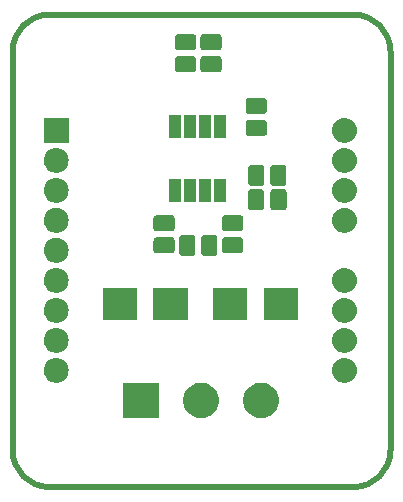
<source format=gbr>
%TF.GenerationSoftware,KiCad,Pcbnew,5.0.1*%
%TF.CreationDate,2018-10-23T16:10:10+11:00*%
%TF.ProjectId,FP2,4650322E6B696361645F706362000000,A*%
%TF.SameCoordinates,Original*%
%TF.FileFunction,Soldermask,Top*%
%TF.FilePolarity,Negative*%
%FSLAX46Y46*%
G04 Gerber Fmt 4.6, Leading zero omitted, Abs format (unit mm)*
G04 Created by KiCad (PCBNEW 5.0.1) date Tue 23 Oct 2018 04:10:10 PM AEDT*
%MOMM*%
%LPD*%
G01*
G04 APERTURE LIST*
%ADD10C,0.500000*%
%ADD11C,0.150000*%
G04 APERTURE END LIST*
D10*
X132120000Y-120000000D02*
G75*
G02X129000000Y-116880000I0J3120000D01*
G01*
X161000000Y-116880000D02*
G75*
G02X157880000Y-120000000I-3120000J0D01*
G01*
X161000000Y-83120000D02*
G75*
G03X157880000Y-80000000I-3120000J0D01*
G01*
X129000000Y-83120000D02*
G75*
G02X132120000Y-80000000I3120000J0D01*
G01*
X129000000Y-116860000D02*
X129000000Y-83120000D01*
X132110000Y-120000000D02*
X157880000Y-120000000D01*
X161000000Y-83140000D02*
X161000000Y-116880000D01*
X132130000Y-80000000D02*
X157870000Y-80000000D01*
D11*
G36*
X141390000Y-114160000D02*
X138390000Y-114160000D01*
X138390000Y-111160000D01*
X141390000Y-111160000D01*
X141390000Y-114160000D01*
X141390000Y-114160000D01*
G37*
G36*
X145310935Y-111198429D02*
X145407534Y-111217644D01*
X145680517Y-111330717D01*
X145922920Y-111492687D01*
X145926197Y-111494876D01*
X146135124Y-111703803D01*
X146299284Y-111949485D01*
X146412356Y-112222467D01*
X146470000Y-112512261D01*
X146470000Y-112807739D01*
X146412356Y-113097533D01*
X146299284Y-113370515D01*
X146135124Y-113616197D01*
X145926197Y-113825124D01*
X145926194Y-113825126D01*
X145680517Y-113989283D01*
X145407534Y-114102356D01*
X145310935Y-114121571D01*
X145117739Y-114160000D01*
X144822261Y-114160000D01*
X144629065Y-114121571D01*
X144532466Y-114102356D01*
X144259483Y-113989283D01*
X144013806Y-113825126D01*
X144013803Y-113825124D01*
X143804876Y-113616197D01*
X143640716Y-113370515D01*
X143527644Y-113097533D01*
X143470000Y-112807739D01*
X143470000Y-112512261D01*
X143527644Y-112222467D01*
X143640716Y-111949485D01*
X143804876Y-111703803D01*
X144013803Y-111494876D01*
X144017080Y-111492687D01*
X144259483Y-111330717D01*
X144532466Y-111217644D01*
X144629065Y-111198429D01*
X144822261Y-111160000D01*
X145117739Y-111160000D01*
X145310935Y-111198429D01*
X145310935Y-111198429D01*
G37*
G36*
X150390935Y-111198429D02*
X150487534Y-111217644D01*
X150760517Y-111330717D01*
X151002920Y-111492687D01*
X151006197Y-111494876D01*
X151215124Y-111703803D01*
X151379284Y-111949485D01*
X151492356Y-112222467D01*
X151550000Y-112512261D01*
X151550000Y-112807739D01*
X151492356Y-113097533D01*
X151379284Y-113370515D01*
X151215124Y-113616197D01*
X151006197Y-113825124D01*
X151006194Y-113825126D01*
X150760517Y-113989283D01*
X150487534Y-114102356D01*
X150390935Y-114121571D01*
X150197739Y-114160000D01*
X149902261Y-114160000D01*
X149709065Y-114121571D01*
X149612466Y-114102356D01*
X149339483Y-113989283D01*
X149093806Y-113825126D01*
X149093803Y-113825124D01*
X148884876Y-113616197D01*
X148720716Y-113370515D01*
X148607644Y-113097533D01*
X148550000Y-112807739D01*
X148550000Y-112512261D01*
X148607644Y-112222467D01*
X148720716Y-111949485D01*
X148884876Y-111703803D01*
X149093803Y-111494876D01*
X149097080Y-111492687D01*
X149339483Y-111330717D01*
X149612466Y-111217644D01*
X149709065Y-111198429D01*
X149902261Y-111160000D01*
X150197739Y-111160000D01*
X150390935Y-111198429D01*
X150390935Y-111198429D01*
G37*
G36*
X132818707Y-109067597D02*
X132895836Y-109075193D01*
X133027787Y-109115220D01*
X133093763Y-109135233D01*
X133276172Y-109232733D01*
X133436054Y-109363946D01*
X133567267Y-109523828D01*
X133664767Y-109706237D01*
X133664767Y-109706238D01*
X133724807Y-109904164D01*
X133745080Y-110110000D01*
X133724807Y-110315836D01*
X133684780Y-110447787D01*
X133664767Y-110513763D01*
X133567267Y-110696172D01*
X133436054Y-110856054D01*
X133276172Y-110987267D01*
X133093763Y-111084767D01*
X133027787Y-111104780D01*
X132895836Y-111144807D01*
X132818707Y-111152404D01*
X132741580Y-111160000D01*
X132638420Y-111160000D01*
X132561293Y-111152404D01*
X132484164Y-111144807D01*
X132352213Y-111104780D01*
X132286237Y-111084767D01*
X132103828Y-110987267D01*
X131943946Y-110856054D01*
X131812733Y-110696172D01*
X131715233Y-110513763D01*
X131695220Y-110447787D01*
X131655193Y-110315836D01*
X131634920Y-110110000D01*
X131655193Y-109904164D01*
X131715233Y-109706238D01*
X131715233Y-109706237D01*
X131812733Y-109523828D01*
X131943946Y-109363946D01*
X132103828Y-109232733D01*
X132286237Y-109135233D01*
X132352213Y-109115220D01*
X132484164Y-109075193D01*
X132561293Y-109067597D01*
X132638420Y-109060000D01*
X132741580Y-109060000D01*
X132818707Y-109067597D01*
X132818707Y-109067597D01*
G37*
G36*
X157218707Y-109067597D02*
X157295836Y-109075193D01*
X157427787Y-109115220D01*
X157493763Y-109135233D01*
X157676172Y-109232733D01*
X157836054Y-109363946D01*
X157967267Y-109523828D01*
X158064767Y-109706237D01*
X158064767Y-109706238D01*
X158124807Y-109904164D01*
X158145080Y-110110000D01*
X158124807Y-110315836D01*
X158084780Y-110447787D01*
X158064767Y-110513763D01*
X157967267Y-110696172D01*
X157836054Y-110856054D01*
X157676172Y-110987267D01*
X157493763Y-111084767D01*
X157427787Y-111104780D01*
X157295836Y-111144807D01*
X157218707Y-111152404D01*
X157141580Y-111160000D01*
X157038420Y-111160000D01*
X156961293Y-111152404D01*
X156884164Y-111144807D01*
X156752213Y-111104780D01*
X156686237Y-111084767D01*
X156503828Y-110987267D01*
X156343946Y-110856054D01*
X156212733Y-110696172D01*
X156115233Y-110513763D01*
X156095220Y-110447787D01*
X156055193Y-110315836D01*
X156034920Y-110110000D01*
X156055193Y-109904164D01*
X156115233Y-109706238D01*
X156115233Y-109706237D01*
X156212733Y-109523828D01*
X156343946Y-109363946D01*
X156503828Y-109232733D01*
X156686237Y-109135233D01*
X156752213Y-109115220D01*
X156884164Y-109075193D01*
X156961293Y-109067597D01*
X157038420Y-109060000D01*
X157141580Y-109060000D01*
X157218707Y-109067597D01*
X157218707Y-109067597D01*
G37*
G36*
X157218707Y-106527596D02*
X157295836Y-106535193D01*
X157427787Y-106575220D01*
X157493763Y-106595233D01*
X157676172Y-106692733D01*
X157836054Y-106823946D01*
X157967267Y-106983828D01*
X158064767Y-107166237D01*
X158064767Y-107166238D01*
X158124807Y-107364164D01*
X158145080Y-107570000D01*
X158124807Y-107775836D01*
X158084780Y-107907787D01*
X158064767Y-107973763D01*
X157967267Y-108156172D01*
X157836054Y-108316054D01*
X157676172Y-108447267D01*
X157493763Y-108544767D01*
X157427787Y-108564780D01*
X157295836Y-108604807D01*
X157218707Y-108612404D01*
X157141580Y-108620000D01*
X157038420Y-108620000D01*
X156961293Y-108612404D01*
X156884164Y-108604807D01*
X156752213Y-108564780D01*
X156686237Y-108544767D01*
X156503828Y-108447267D01*
X156343946Y-108316054D01*
X156212733Y-108156172D01*
X156115233Y-107973763D01*
X156095220Y-107907787D01*
X156055193Y-107775836D01*
X156034920Y-107570000D01*
X156055193Y-107364164D01*
X156115233Y-107166238D01*
X156115233Y-107166237D01*
X156212733Y-106983828D01*
X156343946Y-106823946D01*
X156503828Y-106692733D01*
X156686237Y-106595233D01*
X156752213Y-106575220D01*
X156884164Y-106535193D01*
X156961293Y-106527596D01*
X157038420Y-106520000D01*
X157141580Y-106520000D01*
X157218707Y-106527596D01*
X157218707Y-106527596D01*
G37*
G36*
X132818707Y-106527596D02*
X132895836Y-106535193D01*
X133027787Y-106575220D01*
X133093763Y-106595233D01*
X133276172Y-106692733D01*
X133436054Y-106823946D01*
X133567267Y-106983828D01*
X133664767Y-107166237D01*
X133664767Y-107166238D01*
X133724807Y-107364164D01*
X133745080Y-107570000D01*
X133724807Y-107775836D01*
X133684780Y-107907787D01*
X133664767Y-107973763D01*
X133567267Y-108156172D01*
X133436054Y-108316054D01*
X133276172Y-108447267D01*
X133093763Y-108544767D01*
X133027787Y-108564780D01*
X132895836Y-108604807D01*
X132818707Y-108612404D01*
X132741580Y-108620000D01*
X132638420Y-108620000D01*
X132561293Y-108612404D01*
X132484164Y-108604807D01*
X132352213Y-108564780D01*
X132286237Y-108544767D01*
X132103828Y-108447267D01*
X131943946Y-108316054D01*
X131812733Y-108156172D01*
X131715233Y-107973763D01*
X131695220Y-107907787D01*
X131655193Y-107775836D01*
X131634920Y-107570000D01*
X131655193Y-107364164D01*
X131715233Y-107166238D01*
X131715233Y-107166237D01*
X131812733Y-106983828D01*
X131943946Y-106823946D01*
X132103828Y-106692733D01*
X132286237Y-106595233D01*
X132352213Y-106575220D01*
X132484164Y-106535193D01*
X132561293Y-106527596D01*
X132638420Y-106520000D01*
X132741580Y-106520000D01*
X132818707Y-106527596D01*
X132818707Y-106527596D01*
G37*
G36*
X157218707Y-103987596D02*
X157295836Y-103995193D01*
X157427787Y-104035220D01*
X157493763Y-104055233D01*
X157676172Y-104152733D01*
X157836054Y-104283946D01*
X157967267Y-104443828D01*
X158064767Y-104626237D01*
X158064767Y-104626238D01*
X158124807Y-104824164D01*
X158145080Y-105030000D01*
X158124807Y-105235836D01*
X158084780Y-105367787D01*
X158064767Y-105433763D01*
X157967267Y-105616172D01*
X157836054Y-105776054D01*
X157676172Y-105907267D01*
X157493763Y-106004767D01*
X157427787Y-106024780D01*
X157295836Y-106064807D01*
X157218707Y-106072404D01*
X157141580Y-106080000D01*
X157038420Y-106080000D01*
X156961293Y-106072404D01*
X156884164Y-106064807D01*
X156752213Y-106024780D01*
X156686237Y-106004767D01*
X156503828Y-105907267D01*
X156343946Y-105776054D01*
X156212733Y-105616172D01*
X156115233Y-105433763D01*
X156095220Y-105367787D01*
X156055193Y-105235836D01*
X156034920Y-105030000D01*
X156055193Y-104824164D01*
X156115233Y-104626238D01*
X156115233Y-104626237D01*
X156212733Y-104443828D01*
X156343946Y-104283946D01*
X156503828Y-104152733D01*
X156686237Y-104055233D01*
X156752213Y-104035220D01*
X156884164Y-103995193D01*
X156961293Y-103987596D01*
X157038420Y-103980000D01*
X157141580Y-103980000D01*
X157218707Y-103987596D01*
X157218707Y-103987596D01*
G37*
G36*
X132818707Y-103987596D02*
X132895836Y-103995193D01*
X133027787Y-104035220D01*
X133093763Y-104055233D01*
X133276172Y-104152733D01*
X133436054Y-104283946D01*
X133567267Y-104443828D01*
X133664767Y-104626237D01*
X133664767Y-104626238D01*
X133724807Y-104824164D01*
X133745080Y-105030000D01*
X133724807Y-105235836D01*
X133684780Y-105367787D01*
X133664767Y-105433763D01*
X133567267Y-105616172D01*
X133436054Y-105776054D01*
X133276172Y-105907267D01*
X133093763Y-106004767D01*
X133027787Y-106024780D01*
X132895836Y-106064807D01*
X132818707Y-106072404D01*
X132741580Y-106080000D01*
X132638420Y-106080000D01*
X132561293Y-106072404D01*
X132484164Y-106064807D01*
X132352213Y-106024780D01*
X132286237Y-106004767D01*
X132103828Y-105907267D01*
X131943946Y-105776054D01*
X131812733Y-105616172D01*
X131715233Y-105433763D01*
X131695220Y-105367787D01*
X131655193Y-105235836D01*
X131634920Y-105030000D01*
X131655193Y-104824164D01*
X131715233Y-104626238D01*
X131715233Y-104626237D01*
X131812733Y-104443828D01*
X131943946Y-104283946D01*
X132103828Y-104152733D01*
X132286237Y-104055233D01*
X132352213Y-104035220D01*
X132484164Y-103995193D01*
X132561293Y-103987596D01*
X132638420Y-103980000D01*
X132741580Y-103980000D01*
X132818707Y-103987596D01*
X132818707Y-103987596D01*
G37*
G36*
X153160000Y-105880000D02*
X150260000Y-105880000D01*
X150260000Y-103180000D01*
X153160000Y-103180000D01*
X153160000Y-105880000D01*
X153160000Y-105880000D01*
G37*
G36*
X148860000Y-105880000D02*
X145960000Y-105880000D01*
X145960000Y-103180000D01*
X148860000Y-103180000D01*
X148860000Y-105880000D01*
X148860000Y-105880000D01*
G37*
G36*
X143820000Y-105880000D02*
X140920000Y-105880000D01*
X140920000Y-103180000D01*
X143820000Y-103180000D01*
X143820000Y-105880000D01*
X143820000Y-105880000D01*
G37*
G36*
X139520000Y-105880000D02*
X136620000Y-105880000D01*
X136620000Y-103180000D01*
X139520000Y-103180000D01*
X139520000Y-105880000D01*
X139520000Y-105880000D01*
G37*
G36*
X132818707Y-101447597D02*
X132895836Y-101455193D01*
X133027787Y-101495220D01*
X133093763Y-101515233D01*
X133276172Y-101612733D01*
X133436054Y-101743946D01*
X133567267Y-101903828D01*
X133664767Y-102086237D01*
X133664767Y-102086238D01*
X133724807Y-102284164D01*
X133745080Y-102490000D01*
X133724807Y-102695836D01*
X133684780Y-102827787D01*
X133664767Y-102893763D01*
X133567267Y-103076172D01*
X133436054Y-103236054D01*
X133276172Y-103367267D01*
X133093763Y-103464767D01*
X133027787Y-103484780D01*
X132895836Y-103524807D01*
X132818707Y-103532404D01*
X132741580Y-103540000D01*
X132638420Y-103540000D01*
X132561293Y-103532404D01*
X132484164Y-103524807D01*
X132352213Y-103484780D01*
X132286237Y-103464767D01*
X132103828Y-103367267D01*
X131943946Y-103236054D01*
X131812733Y-103076172D01*
X131715233Y-102893763D01*
X131695220Y-102827787D01*
X131655193Y-102695836D01*
X131634920Y-102490000D01*
X131655193Y-102284164D01*
X131715233Y-102086238D01*
X131715233Y-102086237D01*
X131812733Y-101903828D01*
X131943946Y-101743946D01*
X132103828Y-101612733D01*
X132286237Y-101515233D01*
X132352213Y-101495220D01*
X132484164Y-101455193D01*
X132561293Y-101447597D01*
X132638420Y-101440000D01*
X132741580Y-101440000D01*
X132818707Y-101447597D01*
X132818707Y-101447597D01*
G37*
G36*
X157218707Y-101447597D02*
X157295836Y-101455193D01*
X157427787Y-101495220D01*
X157493763Y-101515233D01*
X157676172Y-101612733D01*
X157836054Y-101743946D01*
X157967267Y-101903828D01*
X158064767Y-102086237D01*
X158064767Y-102086238D01*
X158124807Y-102284164D01*
X158145080Y-102490000D01*
X158124807Y-102695836D01*
X158084780Y-102827787D01*
X158064767Y-102893763D01*
X157967267Y-103076172D01*
X157836054Y-103236054D01*
X157676172Y-103367267D01*
X157493763Y-103464767D01*
X157427787Y-103484780D01*
X157295836Y-103524807D01*
X157218707Y-103532404D01*
X157141580Y-103540000D01*
X157038420Y-103540000D01*
X156961293Y-103532404D01*
X156884164Y-103524807D01*
X156752213Y-103484780D01*
X156686237Y-103464767D01*
X156503828Y-103367267D01*
X156343946Y-103236054D01*
X156212733Y-103076172D01*
X156115233Y-102893763D01*
X156095220Y-102827787D01*
X156055193Y-102695836D01*
X156034920Y-102490000D01*
X156055193Y-102284164D01*
X156115233Y-102086238D01*
X156115233Y-102086237D01*
X156212733Y-101903828D01*
X156343946Y-101743946D01*
X156503828Y-101612733D01*
X156686237Y-101515233D01*
X156752213Y-101495220D01*
X156884164Y-101455193D01*
X156961293Y-101447597D01*
X157038420Y-101440000D01*
X157141580Y-101440000D01*
X157218707Y-101447597D01*
X157218707Y-101447597D01*
G37*
G36*
X132816610Y-98907390D02*
X132895836Y-98915193D01*
X132979862Y-98940682D01*
X133093763Y-98975233D01*
X133276172Y-99072733D01*
X133436054Y-99203946D01*
X133567267Y-99363828D01*
X133664767Y-99546237D01*
X133664767Y-99546238D01*
X133724807Y-99744164D01*
X133745080Y-99950000D01*
X133724807Y-100155836D01*
X133708863Y-100208395D01*
X133664767Y-100353763D01*
X133567267Y-100536172D01*
X133436054Y-100696054D01*
X133276172Y-100827267D01*
X133093763Y-100924767D01*
X133027787Y-100944780D01*
X132895836Y-100984807D01*
X132818707Y-100992403D01*
X132741580Y-101000000D01*
X132638420Y-101000000D01*
X132561293Y-100992404D01*
X132484164Y-100984807D01*
X132352213Y-100944780D01*
X132286237Y-100924767D01*
X132103828Y-100827267D01*
X131943946Y-100696054D01*
X131812733Y-100536172D01*
X131715233Y-100353763D01*
X131671137Y-100208395D01*
X131655193Y-100155836D01*
X131634920Y-99950000D01*
X131655193Y-99744164D01*
X131715233Y-99546238D01*
X131715233Y-99546237D01*
X131812733Y-99363828D01*
X131943946Y-99203946D01*
X132103828Y-99072733D01*
X132286237Y-98975233D01*
X132400138Y-98940682D01*
X132484164Y-98915193D01*
X132563390Y-98907390D01*
X132638420Y-98900000D01*
X132741580Y-98900000D01*
X132816610Y-98907390D01*
X132816610Y-98907390D01*
G37*
G36*
X146118497Y-98625997D02*
X146171153Y-98641970D01*
X146219665Y-98667900D01*
X146262196Y-98702804D01*
X146297100Y-98745335D01*
X146323030Y-98793847D01*
X146339003Y-98846503D01*
X146345000Y-98907390D01*
X146345000Y-100132610D01*
X146339003Y-100193497D01*
X146323030Y-100246153D01*
X146297100Y-100294665D01*
X146262196Y-100337196D01*
X146219665Y-100372100D01*
X146171153Y-100398030D01*
X146118497Y-100414003D01*
X146057610Y-100420000D01*
X145257390Y-100420000D01*
X145196503Y-100414003D01*
X145143847Y-100398030D01*
X145095335Y-100372100D01*
X145052804Y-100337196D01*
X145017900Y-100294665D01*
X144991970Y-100246153D01*
X144975997Y-100193497D01*
X144970000Y-100132610D01*
X144970000Y-98907390D01*
X144975997Y-98846503D01*
X144991970Y-98793847D01*
X145017900Y-98745335D01*
X145052804Y-98702804D01*
X145095335Y-98667900D01*
X145143847Y-98641970D01*
X145196503Y-98625997D01*
X145257390Y-98620000D01*
X146057610Y-98620000D01*
X146118497Y-98625997D01*
X146118497Y-98625997D01*
G37*
G36*
X144243497Y-98625997D02*
X144296153Y-98641970D01*
X144344665Y-98667900D01*
X144387196Y-98702804D01*
X144422100Y-98745335D01*
X144448030Y-98793847D01*
X144464003Y-98846503D01*
X144470000Y-98907390D01*
X144470000Y-100132610D01*
X144464003Y-100193497D01*
X144448030Y-100246153D01*
X144422100Y-100294665D01*
X144387196Y-100337196D01*
X144344665Y-100372100D01*
X144296153Y-100398030D01*
X144243497Y-100414003D01*
X144182610Y-100420000D01*
X143382390Y-100420000D01*
X143321503Y-100414003D01*
X143268847Y-100398030D01*
X143220335Y-100372100D01*
X143177804Y-100337196D01*
X143142900Y-100294665D01*
X143116970Y-100246153D01*
X143100997Y-100193497D01*
X143095000Y-100132610D01*
X143095000Y-98907390D01*
X143100997Y-98846503D01*
X143116970Y-98793847D01*
X143142900Y-98745335D01*
X143177804Y-98702804D01*
X143220335Y-98667900D01*
X143268847Y-98641970D01*
X143321503Y-98625997D01*
X143382390Y-98620000D01*
X144182610Y-98620000D01*
X144243497Y-98625997D01*
X144243497Y-98625997D01*
G37*
G36*
X148303497Y-98845997D02*
X148356153Y-98861970D01*
X148404665Y-98887900D01*
X148447196Y-98922804D01*
X148482100Y-98965335D01*
X148508030Y-99013847D01*
X148524003Y-99066503D01*
X148530000Y-99127390D01*
X148530000Y-99927610D01*
X148524003Y-99988497D01*
X148508030Y-100041153D01*
X148482100Y-100089665D01*
X148447196Y-100132196D01*
X148404665Y-100167100D01*
X148356153Y-100193030D01*
X148303497Y-100209003D01*
X148242610Y-100215000D01*
X147017390Y-100215000D01*
X146956503Y-100209003D01*
X146903847Y-100193030D01*
X146855335Y-100167100D01*
X146812804Y-100132196D01*
X146777900Y-100089665D01*
X146751970Y-100041153D01*
X146735997Y-99988497D01*
X146730000Y-99927610D01*
X146730000Y-99127390D01*
X146735997Y-99066503D01*
X146751970Y-99013847D01*
X146777900Y-98965335D01*
X146812804Y-98922804D01*
X146855335Y-98887900D01*
X146903847Y-98861970D01*
X146956503Y-98845997D01*
X147017390Y-98840000D01*
X148242610Y-98840000D01*
X148303497Y-98845997D01*
X148303497Y-98845997D01*
G37*
G36*
X142503497Y-98845997D02*
X142556153Y-98861970D01*
X142604665Y-98887900D01*
X142647196Y-98922804D01*
X142682100Y-98965335D01*
X142708030Y-99013847D01*
X142724003Y-99066503D01*
X142730000Y-99127390D01*
X142730000Y-99927610D01*
X142724003Y-99988497D01*
X142708030Y-100041153D01*
X142682100Y-100089665D01*
X142647196Y-100132196D01*
X142604665Y-100167100D01*
X142556153Y-100193030D01*
X142503497Y-100209003D01*
X142442610Y-100215000D01*
X141217390Y-100215000D01*
X141156503Y-100209003D01*
X141103847Y-100193030D01*
X141055335Y-100167100D01*
X141012804Y-100132196D01*
X140977900Y-100089665D01*
X140951970Y-100041153D01*
X140935997Y-99988497D01*
X140930000Y-99927610D01*
X140930000Y-99127390D01*
X140935997Y-99066503D01*
X140951970Y-99013847D01*
X140977900Y-98965335D01*
X141012804Y-98922804D01*
X141055335Y-98887900D01*
X141103847Y-98861970D01*
X141156503Y-98845997D01*
X141217390Y-98840000D01*
X142442610Y-98840000D01*
X142503497Y-98845997D01*
X142503497Y-98845997D01*
G37*
G36*
X157218707Y-96367597D02*
X157295836Y-96375193D01*
X157385087Y-96402267D01*
X157493763Y-96435233D01*
X157676172Y-96532733D01*
X157836054Y-96663946D01*
X157967267Y-96823828D01*
X158064767Y-97006237D01*
X158064767Y-97006238D01*
X158124807Y-97204164D01*
X158145080Y-97410000D01*
X158124807Y-97615836D01*
X158084780Y-97747787D01*
X158064767Y-97813763D01*
X157967267Y-97996172D01*
X157836054Y-98156054D01*
X157676172Y-98287267D01*
X157493763Y-98384767D01*
X157427787Y-98404780D01*
X157295836Y-98444807D01*
X157218707Y-98452403D01*
X157141580Y-98460000D01*
X157038420Y-98460000D01*
X156961293Y-98452404D01*
X156884164Y-98444807D01*
X156752213Y-98404780D01*
X156686237Y-98384767D01*
X156503828Y-98287267D01*
X156343946Y-98156054D01*
X156212733Y-97996172D01*
X156115233Y-97813763D01*
X156095220Y-97747787D01*
X156055193Y-97615836D01*
X156034920Y-97410000D01*
X156055193Y-97204164D01*
X156115233Y-97006238D01*
X156115233Y-97006237D01*
X156212733Y-96823828D01*
X156343946Y-96663946D01*
X156503828Y-96532733D01*
X156686237Y-96435233D01*
X156794913Y-96402267D01*
X156884164Y-96375193D01*
X156961293Y-96367597D01*
X157038420Y-96360000D01*
X157141580Y-96360000D01*
X157218707Y-96367597D01*
X157218707Y-96367597D01*
G37*
G36*
X132818707Y-96367597D02*
X132895836Y-96375193D01*
X132985087Y-96402267D01*
X133093763Y-96435233D01*
X133276172Y-96532733D01*
X133436054Y-96663946D01*
X133567267Y-96823828D01*
X133664767Y-97006237D01*
X133664767Y-97006238D01*
X133724807Y-97204164D01*
X133745080Y-97410000D01*
X133724807Y-97615836D01*
X133684780Y-97747787D01*
X133664767Y-97813763D01*
X133567267Y-97996172D01*
X133436054Y-98156054D01*
X133276172Y-98287267D01*
X133093763Y-98384767D01*
X133027787Y-98404780D01*
X132895836Y-98444807D01*
X132818707Y-98452403D01*
X132741580Y-98460000D01*
X132638420Y-98460000D01*
X132561293Y-98452404D01*
X132484164Y-98444807D01*
X132352213Y-98404780D01*
X132286237Y-98384767D01*
X132103828Y-98287267D01*
X131943946Y-98156054D01*
X131812733Y-97996172D01*
X131715233Y-97813763D01*
X131695220Y-97747787D01*
X131655193Y-97615836D01*
X131634920Y-97410000D01*
X131655193Y-97204164D01*
X131715233Y-97006238D01*
X131715233Y-97006237D01*
X131812733Y-96823828D01*
X131943946Y-96663946D01*
X132103828Y-96532733D01*
X132286237Y-96435233D01*
X132394913Y-96402267D01*
X132484164Y-96375193D01*
X132561293Y-96367597D01*
X132638420Y-96360000D01*
X132741580Y-96360000D01*
X132818707Y-96367597D01*
X132818707Y-96367597D01*
G37*
G36*
X142503497Y-96970997D02*
X142556153Y-96986970D01*
X142604665Y-97012900D01*
X142647196Y-97047804D01*
X142682100Y-97090335D01*
X142708030Y-97138847D01*
X142724003Y-97191503D01*
X142730000Y-97252390D01*
X142730000Y-98052610D01*
X142724003Y-98113497D01*
X142708030Y-98166153D01*
X142682100Y-98214665D01*
X142647196Y-98257196D01*
X142604665Y-98292100D01*
X142556153Y-98318030D01*
X142503497Y-98334003D01*
X142442610Y-98340000D01*
X141217390Y-98340000D01*
X141156503Y-98334003D01*
X141103847Y-98318030D01*
X141055335Y-98292100D01*
X141012804Y-98257196D01*
X140977900Y-98214665D01*
X140951970Y-98166153D01*
X140935997Y-98113497D01*
X140930000Y-98052610D01*
X140930000Y-97252390D01*
X140935997Y-97191503D01*
X140951970Y-97138847D01*
X140977900Y-97090335D01*
X141012804Y-97047804D01*
X141055335Y-97012900D01*
X141103847Y-96986970D01*
X141156503Y-96970997D01*
X141217390Y-96965000D01*
X142442610Y-96965000D01*
X142503497Y-96970997D01*
X142503497Y-96970997D01*
G37*
G36*
X148303497Y-96970997D02*
X148356153Y-96986970D01*
X148404665Y-97012900D01*
X148447196Y-97047804D01*
X148482100Y-97090335D01*
X148508030Y-97138847D01*
X148524003Y-97191503D01*
X148530000Y-97252390D01*
X148530000Y-98052610D01*
X148524003Y-98113497D01*
X148508030Y-98166153D01*
X148482100Y-98214665D01*
X148447196Y-98257196D01*
X148404665Y-98292100D01*
X148356153Y-98318030D01*
X148303497Y-98334003D01*
X148242610Y-98340000D01*
X147017390Y-98340000D01*
X146956503Y-98334003D01*
X146903847Y-98318030D01*
X146855335Y-98292100D01*
X146812804Y-98257196D01*
X146777900Y-98214665D01*
X146751970Y-98166153D01*
X146735997Y-98113497D01*
X146730000Y-98052610D01*
X146730000Y-97252390D01*
X146735997Y-97191503D01*
X146751970Y-97138847D01*
X146777900Y-97090335D01*
X146812804Y-97047804D01*
X146855335Y-97012900D01*
X146903847Y-96986970D01*
X146956503Y-96970997D01*
X147017390Y-96965000D01*
X148242610Y-96965000D01*
X148303497Y-96970997D01*
X148303497Y-96970997D01*
G37*
G36*
X150099284Y-94782111D02*
X150151940Y-94798084D01*
X150200452Y-94824014D01*
X150242983Y-94858918D01*
X150277887Y-94901449D01*
X150303817Y-94949961D01*
X150319790Y-95002617D01*
X150325787Y-95063504D01*
X150325787Y-96288724D01*
X150319790Y-96349611D01*
X150303817Y-96402267D01*
X150277887Y-96450779D01*
X150242983Y-96493310D01*
X150200452Y-96528214D01*
X150151940Y-96554144D01*
X150099284Y-96570117D01*
X150038397Y-96576114D01*
X149238177Y-96576114D01*
X149177290Y-96570117D01*
X149124634Y-96554144D01*
X149076122Y-96528214D01*
X149033591Y-96493310D01*
X148998687Y-96450779D01*
X148972757Y-96402267D01*
X148956784Y-96349611D01*
X148950787Y-96288724D01*
X148950787Y-95063504D01*
X148956784Y-95002617D01*
X148972757Y-94949961D01*
X148998687Y-94901449D01*
X149033591Y-94858918D01*
X149076122Y-94824014D01*
X149124634Y-94798084D01*
X149177290Y-94782111D01*
X149238177Y-94776114D01*
X150038397Y-94776114D01*
X150099284Y-94782111D01*
X150099284Y-94782111D01*
G37*
G36*
X151974284Y-94782111D02*
X152026940Y-94798084D01*
X152075452Y-94824014D01*
X152117983Y-94858918D01*
X152152887Y-94901449D01*
X152178817Y-94949961D01*
X152194790Y-95002617D01*
X152200787Y-95063504D01*
X152200787Y-96288724D01*
X152194790Y-96349611D01*
X152178817Y-96402267D01*
X152152887Y-96450779D01*
X152117983Y-96493310D01*
X152075452Y-96528214D01*
X152026940Y-96554144D01*
X151974284Y-96570117D01*
X151913397Y-96576114D01*
X151113177Y-96576114D01*
X151052290Y-96570117D01*
X150999634Y-96554144D01*
X150951122Y-96528214D01*
X150908591Y-96493310D01*
X150873687Y-96450779D01*
X150847757Y-96402267D01*
X150831784Y-96349611D01*
X150825787Y-96288724D01*
X150825787Y-95063504D01*
X150831784Y-95002617D01*
X150847757Y-94949961D01*
X150873687Y-94901449D01*
X150908591Y-94858918D01*
X150951122Y-94824014D01*
X150999634Y-94798084D01*
X151052290Y-94782111D01*
X151113177Y-94776114D01*
X151913397Y-94776114D01*
X151974284Y-94782111D01*
X151974284Y-94782111D01*
G37*
G36*
X157218707Y-93827596D02*
X157295836Y-93835193D01*
X157427063Y-93875000D01*
X157493763Y-93895233D01*
X157676172Y-93992733D01*
X157836054Y-94123946D01*
X157967267Y-94283828D01*
X158064767Y-94466237D01*
X158071826Y-94489509D01*
X158124807Y-94664164D01*
X158145080Y-94870000D01*
X158124807Y-95075836D01*
X158111451Y-95119864D01*
X158064767Y-95273763D01*
X157967267Y-95456172D01*
X157836054Y-95616054D01*
X157676172Y-95747267D01*
X157493763Y-95844767D01*
X157427787Y-95864780D01*
X157295836Y-95904807D01*
X157218707Y-95912403D01*
X157141580Y-95920000D01*
X157038420Y-95920000D01*
X156961293Y-95912404D01*
X156884164Y-95904807D01*
X156752213Y-95864780D01*
X156686237Y-95844767D01*
X156503828Y-95747267D01*
X156343946Y-95616054D01*
X156212733Y-95456172D01*
X156115233Y-95273763D01*
X156068549Y-95119864D01*
X156055193Y-95075836D01*
X156034920Y-94870000D01*
X156055193Y-94664164D01*
X156108174Y-94489509D01*
X156115233Y-94466237D01*
X156212733Y-94283828D01*
X156343946Y-94123946D01*
X156503828Y-93992733D01*
X156686237Y-93895233D01*
X156752937Y-93875000D01*
X156884164Y-93835193D01*
X156961293Y-93827596D01*
X157038420Y-93820000D01*
X157141580Y-93820000D01*
X157218707Y-93827596D01*
X157218707Y-93827596D01*
G37*
G36*
X132818707Y-93827596D02*
X132895836Y-93835193D01*
X133027063Y-93875000D01*
X133093763Y-93895233D01*
X133276172Y-93992733D01*
X133436054Y-94123946D01*
X133567267Y-94283828D01*
X133664767Y-94466237D01*
X133671826Y-94489509D01*
X133724807Y-94664164D01*
X133745080Y-94870000D01*
X133724807Y-95075836D01*
X133711451Y-95119864D01*
X133664767Y-95273763D01*
X133567267Y-95456172D01*
X133436054Y-95616054D01*
X133276172Y-95747267D01*
X133093763Y-95844767D01*
X133027787Y-95864780D01*
X132895836Y-95904807D01*
X132818707Y-95912403D01*
X132741580Y-95920000D01*
X132638420Y-95920000D01*
X132561293Y-95912404D01*
X132484164Y-95904807D01*
X132352213Y-95864780D01*
X132286237Y-95844767D01*
X132103828Y-95747267D01*
X131943946Y-95616054D01*
X131812733Y-95456172D01*
X131715233Y-95273763D01*
X131668549Y-95119864D01*
X131655193Y-95075836D01*
X131634920Y-94870000D01*
X131655193Y-94664164D01*
X131708174Y-94489509D01*
X131715233Y-94466237D01*
X131812733Y-94283828D01*
X131943946Y-94123946D01*
X132103828Y-93992733D01*
X132286237Y-93895233D01*
X132352937Y-93875000D01*
X132484164Y-93835193D01*
X132561293Y-93827596D01*
X132638420Y-93820000D01*
X132741580Y-93820000D01*
X132818707Y-93827596D01*
X132818707Y-93827596D01*
G37*
G36*
X143275000Y-95825000D02*
X142275000Y-95825000D01*
X142275000Y-93875000D01*
X143275000Y-93875000D01*
X143275000Y-95825000D01*
X143275000Y-95825000D01*
G37*
G36*
X144545000Y-95825000D02*
X143545000Y-95825000D01*
X143545000Y-93875000D01*
X144545000Y-93875000D01*
X144545000Y-95825000D01*
X144545000Y-95825000D01*
G37*
G36*
X145815000Y-95825000D02*
X144815000Y-95825000D01*
X144815000Y-93875000D01*
X145815000Y-93875000D01*
X145815000Y-95825000D01*
X145815000Y-95825000D01*
G37*
G36*
X147085000Y-95825000D02*
X146085000Y-95825000D01*
X146085000Y-93875000D01*
X147085000Y-93875000D01*
X147085000Y-95825000D01*
X147085000Y-95825000D01*
G37*
G36*
X150089284Y-92702111D02*
X150141940Y-92718084D01*
X150190452Y-92744014D01*
X150232983Y-92778918D01*
X150267887Y-92821449D01*
X150293817Y-92869961D01*
X150309790Y-92922617D01*
X150315787Y-92983504D01*
X150315787Y-94208724D01*
X150309790Y-94269611D01*
X150293817Y-94322267D01*
X150267887Y-94370779D01*
X150232983Y-94413310D01*
X150190452Y-94448214D01*
X150141940Y-94474144D01*
X150089284Y-94490117D01*
X150028397Y-94496114D01*
X149228177Y-94496114D01*
X149167290Y-94490117D01*
X149114634Y-94474144D01*
X149066122Y-94448214D01*
X149023591Y-94413310D01*
X148988687Y-94370779D01*
X148962757Y-94322267D01*
X148946784Y-94269611D01*
X148940787Y-94208724D01*
X148940787Y-92983504D01*
X148946784Y-92922617D01*
X148962757Y-92869961D01*
X148988687Y-92821449D01*
X149023591Y-92778918D01*
X149066122Y-92744014D01*
X149114634Y-92718084D01*
X149167290Y-92702111D01*
X149228177Y-92696114D01*
X150028397Y-92696114D01*
X150089284Y-92702111D01*
X150089284Y-92702111D01*
G37*
G36*
X151964284Y-92702111D02*
X152016940Y-92718084D01*
X152065452Y-92744014D01*
X152107983Y-92778918D01*
X152142887Y-92821449D01*
X152168817Y-92869961D01*
X152184790Y-92922617D01*
X152190787Y-92983504D01*
X152190787Y-94208724D01*
X152184790Y-94269611D01*
X152168817Y-94322267D01*
X152142887Y-94370779D01*
X152107983Y-94413310D01*
X152065452Y-94448214D01*
X152016940Y-94474144D01*
X151964284Y-94490117D01*
X151903397Y-94496114D01*
X151103177Y-94496114D01*
X151042290Y-94490117D01*
X150989634Y-94474144D01*
X150941122Y-94448214D01*
X150898591Y-94413310D01*
X150863687Y-94370779D01*
X150837757Y-94322267D01*
X150821784Y-94269611D01*
X150815787Y-94208724D01*
X150815787Y-92983504D01*
X150821784Y-92922617D01*
X150837757Y-92869961D01*
X150863687Y-92821449D01*
X150898591Y-92778918D01*
X150941122Y-92744014D01*
X150989634Y-92718084D01*
X151042290Y-92702111D01*
X151103177Y-92696114D01*
X151903397Y-92696114D01*
X151964284Y-92702111D01*
X151964284Y-92702111D01*
G37*
G36*
X157218707Y-91287596D02*
X157295836Y-91295193D01*
X157427787Y-91335220D01*
X157493763Y-91355233D01*
X157676172Y-91452733D01*
X157836054Y-91583946D01*
X157967267Y-91743828D01*
X158064767Y-91926237D01*
X158064767Y-91926238D01*
X158124807Y-92124164D01*
X158145080Y-92330000D01*
X158124807Y-92535836D01*
X158084780Y-92667787D01*
X158064767Y-92733763D01*
X157967267Y-92916172D01*
X157836054Y-93076054D01*
X157676172Y-93207267D01*
X157493763Y-93304767D01*
X157427787Y-93324780D01*
X157295836Y-93364807D01*
X157218707Y-93372403D01*
X157141580Y-93380000D01*
X157038420Y-93380000D01*
X156961293Y-93372404D01*
X156884164Y-93364807D01*
X156752213Y-93324780D01*
X156686237Y-93304767D01*
X156503828Y-93207267D01*
X156343946Y-93076054D01*
X156212733Y-92916172D01*
X156115233Y-92733763D01*
X156095220Y-92667787D01*
X156055193Y-92535836D01*
X156034920Y-92330000D01*
X156055193Y-92124164D01*
X156115233Y-91926238D01*
X156115233Y-91926237D01*
X156212733Y-91743828D01*
X156343946Y-91583946D01*
X156503828Y-91452733D01*
X156686237Y-91355233D01*
X156752213Y-91335220D01*
X156884164Y-91295193D01*
X156961293Y-91287597D01*
X157038420Y-91280000D01*
X157141580Y-91280000D01*
X157218707Y-91287596D01*
X157218707Y-91287596D01*
G37*
G36*
X132818707Y-91287596D02*
X132895836Y-91295193D01*
X133027787Y-91335220D01*
X133093763Y-91355233D01*
X133276172Y-91452733D01*
X133436054Y-91583946D01*
X133567267Y-91743828D01*
X133664767Y-91926237D01*
X133664767Y-91926238D01*
X133724807Y-92124164D01*
X133745080Y-92330000D01*
X133724807Y-92535836D01*
X133684780Y-92667787D01*
X133664767Y-92733763D01*
X133567267Y-92916172D01*
X133436054Y-93076054D01*
X133276172Y-93207267D01*
X133093763Y-93304767D01*
X133027787Y-93324780D01*
X132895836Y-93364807D01*
X132818707Y-93372403D01*
X132741580Y-93380000D01*
X132638420Y-93380000D01*
X132561293Y-93372404D01*
X132484164Y-93364807D01*
X132352213Y-93324780D01*
X132286237Y-93304767D01*
X132103828Y-93207267D01*
X131943946Y-93076054D01*
X131812733Y-92916172D01*
X131715233Y-92733763D01*
X131695220Y-92667787D01*
X131655193Y-92535836D01*
X131634920Y-92330000D01*
X131655193Y-92124164D01*
X131715233Y-91926238D01*
X131715233Y-91926237D01*
X131812733Y-91743828D01*
X131943946Y-91583946D01*
X132103828Y-91452733D01*
X132286237Y-91355233D01*
X132352213Y-91335220D01*
X132484164Y-91295193D01*
X132561293Y-91287596D01*
X132638420Y-91280000D01*
X132741580Y-91280000D01*
X132818707Y-91287596D01*
X132818707Y-91287596D01*
G37*
G36*
X157218707Y-88747597D02*
X157295836Y-88755193D01*
X157427787Y-88795220D01*
X157493763Y-88815233D01*
X157676172Y-88912733D01*
X157836054Y-89043946D01*
X157967267Y-89203828D01*
X158064767Y-89386237D01*
X158064767Y-89386238D01*
X158124807Y-89584164D01*
X158145080Y-89790000D01*
X158124807Y-89995836D01*
X158086467Y-90122227D01*
X158064767Y-90193763D01*
X157967267Y-90376172D01*
X157836054Y-90536054D01*
X157676172Y-90667267D01*
X157493763Y-90764767D01*
X157427787Y-90784780D01*
X157295836Y-90824807D01*
X157218707Y-90832404D01*
X157141580Y-90840000D01*
X157038420Y-90840000D01*
X156961293Y-90832404D01*
X156884164Y-90824807D01*
X156752213Y-90784780D01*
X156686237Y-90764767D01*
X156503828Y-90667267D01*
X156343946Y-90536054D01*
X156212733Y-90376172D01*
X156115233Y-90193763D01*
X156093533Y-90122227D01*
X156055193Y-89995836D01*
X156034920Y-89790000D01*
X156055193Y-89584164D01*
X156115233Y-89386238D01*
X156115233Y-89386237D01*
X156212733Y-89203828D01*
X156343946Y-89043946D01*
X156503828Y-88912733D01*
X156686237Y-88815233D01*
X156752213Y-88795220D01*
X156884164Y-88755193D01*
X156961293Y-88747597D01*
X157038420Y-88740000D01*
X157141580Y-88740000D01*
X157218707Y-88747597D01*
X157218707Y-88747597D01*
G37*
G36*
X133740000Y-90840000D02*
X131640000Y-90840000D01*
X131640000Y-88740000D01*
X133740000Y-88740000D01*
X133740000Y-90840000D01*
X133740000Y-90840000D01*
G37*
G36*
X147085000Y-90425000D02*
X146085000Y-90425000D01*
X146085000Y-88475000D01*
X147085000Y-88475000D01*
X147085000Y-90425000D01*
X147085000Y-90425000D01*
G37*
G36*
X145815000Y-90425000D02*
X144815000Y-90425000D01*
X144815000Y-88475000D01*
X145815000Y-88475000D01*
X145815000Y-90425000D01*
X145815000Y-90425000D01*
G37*
G36*
X144545000Y-90425000D02*
X143545000Y-90425000D01*
X143545000Y-88475000D01*
X144545000Y-88475000D01*
X144545000Y-90425000D01*
X144545000Y-90425000D01*
G37*
G36*
X143275000Y-90425000D02*
X142275000Y-90425000D01*
X142275000Y-88475000D01*
X143275000Y-88475000D01*
X143275000Y-90425000D01*
X143275000Y-90425000D01*
G37*
G36*
X150303497Y-88905997D02*
X150356153Y-88921970D01*
X150404665Y-88947900D01*
X150447196Y-88982804D01*
X150482100Y-89025335D01*
X150508030Y-89073847D01*
X150524003Y-89126503D01*
X150530000Y-89187390D01*
X150530000Y-89987610D01*
X150524003Y-90048497D01*
X150508030Y-90101153D01*
X150482100Y-90149665D01*
X150447196Y-90192196D01*
X150404665Y-90227100D01*
X150356153Y-90253030D01*
X150303497Y-90269003D01*
X150242610Y-90275000D01*
X149017390Y-90275000D01*
X148956503Y-90269003D01*
X148903847Y-90253030D01*
X148855335Y-90227100D01*
X148812804Y-90192196D01*
X148777900Y-90149665D01*
X148751970Y-90101153D01*
X148735997Y-90048497D01*
X148730000Y-89987610D01*
X148730000Y-89187390D01*
X148735997Y-89126503D01*
X148751970Y-89073847D01*
X148777900Y-89025335D01*
X148812804Y-88982804D01*
X148855335Y-88947900D01*
X148903847Y-88921970D01*
X148956503Y-88905997D01*
X149017390Y-88900000D01*
X150242610Y-88900000D01*
X150303497Y-88905997D01*
X150303497Y-88905997D01*
G37*
G36*
X150303497Y-87030997D02*
X150356153Y-87046970D01*
X150404665Y-87072900D01*
X150447196Y-87107804D01*
X150482100Y-87150335D01*
X150508030Y-87198847D01*
X150524003Y-87251503D01*
X150530000Y-87312390D01*
X150530000Y-88112610D01*
X150524003Y-88173497D01*
X150508030Y-88226153D01*
X150482100Y-88274665D01*
X150447196Y-88317196D01*
X150404665Y-88352100D01*
X150356153Y-88378030D01*
X150303497Y-88394003D01*
X150242610Y-88400000D01*
X149017390Y-88400000D01*
X148956503Y-88394003D01*
X148903847Y-88378030D01*
X148855335Y-88352100D01*
X148812804Y-88317196D01*
X148777900Y-88274665D01*
X148751970Y-88226153D01*
X148735997Y-88173497D01*
X148730000Y-88112610D01*
X148730000Y-87312390D01*
X148735997Y-87251503D01*
X148751970Y-87198847D01*
X148777900Y-87150335D01*
X148812804Y-87107804D01*
X148855335Y-87072900D01*
X148903847Y-87046970D01*
X148956503Y-87030997D01*
X149017390Y-87025000D01*
X150242610Y-87025000D01*
X150303497Y-87030997D01*
X150303497Y-87030997D01*
G37*
G36*
X146473497Y-83515997D02*
X146526153Y-83531970D01*
X146574665Y-83557900D01*
X146617196Y-83592804D01*
X146652100Y-83635335D01*
X146678030Y-83683847D01*
X146694003Y-83736503D01*
X146700000Y-83797390D01*
X146700000Y-84597610D01*
X146694003Y-84658497D01*
X146678030Y-84711153D01*
X146652100Y-84759665D01*
X146617196Y-84802196D01*
X146574665Y-84837100D01*
X146526153Y-84863030D01*
X146473497Y-84879003D01*
X146412610Y-84885000D01*
X145187390Y-84885000D01*
X145126503Y-84879003D01*
X145073847Y-84863030D01*
X145025335Y-84837100D01*
X144982804Y-84802196D01*
X144947900Y-84759665D01*
X144921970Y-84711153D01*
X144905997Y-84658497D01*
X144900000Y-84597610D01*
X144900000Y-83797390D01*
X144905997Y-83736503D01*
X144921970Y-83683847D01*
X144947900Y-83635335D01*
X144982804Y-83592804D01*
X145025335Y-83557900D01*
X145073847Y-83531970D01*
X145126503Y-83515997D01*
X145187390Y-83510000D01*
X146412610Y-83510000D01*
X146473497Y-83515997D01*
X146473497Y-83515997D01*
G37*
G36*
X144333497Y-83515997D02*
X144386153Y-83531970D01*
X144434665Y-83557900D01*
X144477196Y-83592804D01*
X144512100Y-83635335D01*
X144538030Y-83683847D01*
X144554003Y-83736503D01*
X144560000Y-83797390D01*
X144560000Y-84597610D01*
X144554003Y-84658497D01*
X144538030Y-84711153D01*
X144512100Y-84759665D01*
X144477196Y-84802196D01*
X144434665Y-84837100D01*
X144386153Y-84863030D01*
X144333497Y-84879003D01*
X144272610Y-84885000D01*
X143047390Y-84885000D01*
X142986503Y-84879003D01*
X142933847Y-84863030D01*
X142885335Y-84837100D01*
X142842804Y-84802196D01*
X142807900Y-84759665D01*
X142781970Y-84711153D01*
X142765997Y-84658497D01*
X142760000Y-84597610D01*
X142760000Y-83797390D01*
X142765997Y-83736503D01*
X142781970Y-83683847D01*
X142807900Y-83635335D01*
X142842804Y-83592804D01*
X142885335Y-83557900D01*
X142933847Y-83531970D01*
X142986503Y-83515997D01*
X143047390Y-83510000D01*
X144272610Y-83510000D01*
X144333497Y-83515997D01*
X144333497Y-83515997D01*
G37*
G36*
X146473497Y-81640997D02*
X146526153Y-81656970D01*
X146574665Y-81682900D01*
X146617196Y-81717804D01*
X146652100Y-81760335D01*
X146678030Y-81808847D01*
X146694003Y-81861503D01*
X146700000Y-81922390D01*
X146700000Y-82722610D01*
X146694003Y-82783497D01*
X146678030Y-82836153D01*
X146652100Y-82884665D01*
X146617196Y-82927196D01*
X146574665Y-82962100D01*
X146526153Y-82988030D01*
X146473497Y-83004003D01*
X146412610Y-83010000D01*
X145187390Y-83010000D01*
X145126503Y-83004003D01*
X145073847Y-82988030D01*
X145025335Y-82962100D01*
X144982804Y-82927196D01*
X144947900Y-82884665D01*
X144921970Y-82836153D01*
X144905997Y-82783497D01*
X144900000Y-82722610D01*
X144900000Y-81922390D01*
X144905997Y-81861503D01*
X144921970Y-81808847D01*
X144947900Y-81760335D01*
X144982804Y-81717804D01*
X145025335Y-81682900D01*
X145073847Y-81656970D01*
X145126503Y-81640997D01*
X145187390Y-81635000D01*
X146412610Y-81635000D01*
X146473497Y-81640997D01*
X146473497Y-81640997D01*
G37*
G36*
X144333497Y-81640997D02*
X144386153Y-81656970D01*
X144434665Y-81682900D01*
X144477196Y-81717804D01*
X144512100Y-81760335D01*
X144538030Y-81808847D01*
X144554003Y-81861503D01*
X144560000Y-81922390D01*
X144560000Y-82722610D01*
X144554003Y-82783497D01*
X144538030Y-82836153D01*
X144512100Y-82884665D01*
X144477196Y-82927196D01*
X144434665Y-82962100D01*
X144386153Y-82988030D01*
X144333497Y-83004003D01*
X144272610Y-83010000D01*
X143047390Y-83010000D01*
X142986503Y-83004003D01*
X142933847Y-82988030D01*
X142885335Y-82962100D01*
X142842804Y-82927196D01*
X142807900Y-82884665D01*
X142781970Y-82836153D01*
X142765997Y-82783497D01*
X142760000Y-82722610D01*
X142760000Y-81922390D01*
X142765997Y-81861503D01*
X142781970Y-81808847D01*
X142807900Y-81760335D01*
X142842804Y-81717804D01*
X142885335Y-81682900D01*
X142933847Y-81656970D01*
X142986503Y-81640997D01*
X143047390Y-81635000D01*
X144272610Y-81635000D01*
X144333497Y-81640997D01*
X144333497Y-81640997D01*
G37*
M02*

</source>
